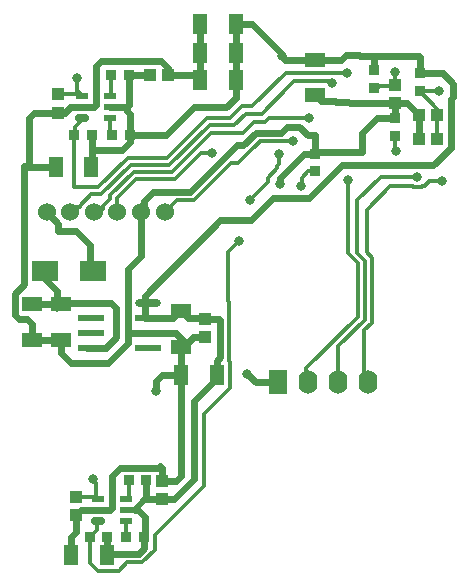
<source format=gbl>
G04 Layer_Physical_Order=2*
G04 Layer_Color=16711680*
%FSLAX25Y25*%
%MOIN*%
G70*
G01*
G75*
%ADD14C,0.01181*%
%ADD15C,0.02362*%
%ADD16C,0.06000*%
%ADD17O,0.06299X0.07874*%
%ADD18R,0.06299X0.07874*%
%ADD19C,0.03150*%
G04:AMPARAMS|DCode=20|XSize=23.62mil|YSize=47.24mil|CornerRadius=0mil|HoleSize=0mil|Usage=FLASHONLY|Rotation=270.000|XOffset=0mil|YOffset=0mil|HoleType=Round|Shape=Octagon|*
%AMOCTAGOND20*
4,1,8,0.02362,0.00591,0.02362,-0.00591,0.01772,-0.01181,-0.01772,-0.01181,-0.02362,-0.00591,-0.02362,0.00591,-0.01772,0.01181,0.01772,0.01181,0.02362,0.00591,0.0*
%
%ADD20OCTAGOND20*%

%ADD21R,0.04331X0.02362*%
%ADD22R,0.03937X0.04134*%
%ADD23R,0.04134X0.03937*%
%ADD24R,0.07087X0.05118*%
%ADD25R,0.05118X0.07087*%
%ADD26R,0.03740X0.03543*%
%ADD27R,0.03543X0.03740*%
%ADD28R,0.08661X0.06693*%
%ADD29R,0.08661X0.02362*%
%ADD30O,0.08661X0.02362*%
%ADD31C,0.01969*%
G54D14*
X30807Y27323D02*
X31193Y26937D01*
X144390Y147244D02*
Y154724D01*
Y156988D01*
X138583Y162795D02*
X144390Y156988D01*
X138583Y162795D02*
X144685D01*
X144882Y162992D01*
X123228Y163976D02*
X124606D01*
X125197Y164567D02*
X130315D01*
X124606Y163976D02*
X125197Y164567D01*
X130315D02*
Y169291D01*
X41535Y27831D02*
Y33071D01*
X40642Y26937D02*
X41535Y27831D01*
X40642Y14279D02*
Y19457D01*
Y14279D02*
X40748Y14173D01*
X30906Y19169D02*
X31193Y19457D01*
X30906Y16535D02*
Y19169D01*
X28543Y14173D02*
X30906Y16535D01*
X94744Y164173D02*
X96713Y166142D01*
X74914Y72793D02*
Y92642D01*
X35630Y161417D02*
Y168110D01*
X35433Y161221D02*
X35630Y161417D01*
X18110Y161713D02*
X25492D01*
X25984Y153150D02*
Y153740D01*
X23622Y150787D02*
X25984Y153150D01*
X23622Y148228D02*
Y150787D01*
X23425Y148031D02*
X23622Y148228D01*
X35433Y148622D02*
Y153740D01*
Y148622D02*
X36024Y148031D01*
X17717Y89764D02*
Y91732D01*
X24016Y27461D02*
X30669D01*
X30807Y27323D01*
Y32185D01*
X29528Y33465D02*
X30807Y32185D01*
X24409Y162795D02*
Y167323D01*
Y162795D02*
X25492Y161713D01*
X25984Y161221D01*
X87854Y132343D02*
Y133855D01*
X81890Y126378D02*
X87854Y132343D01*
X74572Y109217D02*
X78347Y112992D01*
X74572Y92984D02*
Y109217D01*
Y92984D02*
X74914Y92642D01*
X96398Y146004D02*
X96456Y146063D01*
X29921Y122441D02*
Y123622D01*
X33024D01*
Y124417D01*
X22047Y122441D02*
Y124016D01*
X25150D01*
Y124417D01*
X23425Y130709D02*
Y148031D01*
X28543Y5368D02*
X31156Y2756D01*
X28543Y5368D02*
Y14173D01*
X87854Y133855D02*
X91049Y137050D01*
Y137843D01*
X91732Y138526D01*
Y141732D01*
X114567Y108691D02*
Y133071D01*
X100787Y66299D02*
X101339Y65748D01*
X117717Y108882D02*
Y126378D01*
X111339Y65748D02*
X111417Y65827D01*
X120866Y109073D02*
Y123228D01*
X130315Y143307D02*
Y147835D01*
Y143307D02*
X130709Y142913D01*
X85886Y155315D02*
X94744Y164173D01*
X82683Y157677D02*
X93903Y168898D01*
X75197Y63833D02*
Y72387D01*
X74853Y72732D02*
X75197Y72387D01*
X74853Y72732D02*
Y72732D01*
X74914Y72793D01*
X66535Y55172D02*
X75197Y63833D01*
X31156Y2756D02*
X38189D01*
X66535Y31102D02*
Y55172D01*
X38189Y2756D02*
X41142Y5709D01*
X46105D01*
X50197Y14764D02*
X66535Y31102D01*
X46105Y5709D02*
X50197Y9801D01*
Y14764D01*
X93903Y168898D02*
X99266D01*
X99266Y168898D01*
X107820D01*
X109308Y165653D02*
X109797Y166142D01*
X96713D02*
X109797D01*
X107820Y168898D02*
X107922Y168999D01*
X114072D01*
X114173Y168898D01*
X125591Y134252D02*
X137795D01*
X117717Y126378D02*
X125591Y134252D01*
X120866Y123228D02*
X128740Y131102D01*
X136212D01*
X141732Y132677D02*
X146063D01*
X140157Y131102D02*
X141732Y132677D01*
X139378Y131102D02*
X140157D01*
X136212D02*
X136409Y130905D01*
X139181D01*
X139378Y131102D01*
X88189Y153937D02*
X101575D01*
X86876Y152624D02*
X88189Y153937D01*
X100787Y66299D02*
Y70443D01*
X120079Y67008D02*
X121339Y65748D01*
X117913Y87569D02*
Y105344D01*
X120276Y86591D02*
Y106323D01*
X117717Y108882D02*
X120276Y106323D01*
X120079Y83053D02*
X122638Y85612D01*
Y107301D01*
X120866Y109073D02*
X122638Y107301D01*
X100787Y70443D02*
X117913Y87569D01*
X114567Y108691D02*
X117913Y105344D01*
X120079Y67008D02*
Y83053D01*
X111417Y77732D02*
X120276Y86591D01*
X111417Y65827D02*
Y77732D01*
X37795Y122441D02*
Y127118D01*
X33024Y124417D02*
X35433Y126827D01*
Y128097D01*
X37795Y127118D02*
X44142Y133465D01*
X35433Y128097D02*
X43163Y135827D01*
X44142Y133465D02*
X57087D01*
X43163Y135827D02*
X56108D01*
X41206Y140551D02*
X54151D01*
X53543Y122441D02*
X57480Y126378D01*
X23425Y130709D02*
X31364D01*
X42185Y138189D02*
X55130D01*
X25150Y124417D02*
X29079Y128347D01*
X32342D01*
X42185Y138189D01*
X31364Y130709D02*
X41206Y140551D01*
X98819Y131102D02*
X99413D01*
X98819D02*
X99213Y131496D01*
Y133858D01*
X101378Y136024D01*
X103543D01*
X79176Y157677D02*
X82683D01*
X80512Y155315D02*
X85886D01*
X75436Y153937D02*
X79176Y157677D01*
X76772Y151575D02*
X80512Y155315D01*
X78004Y138779D02*
X83422Y144198D01*
X85374Y146004D02*
X96398D01*
X83333Y152624D02*
X86876D01*
X79528Y148819D02*
X83333Y152624D01*
X67537Y153937D02*
X75436D01*
X68515Y151575D02*
X76772D01*
X69100Y148819D02*
X79528D01*
X54151Y140551D02*
X67537Y153937D01*
X55130Y138189D02*
X68515Y151575D01*
X56108Y135827D02*
X69100Y148819D01*
X65748Y142126D02*
X69291D01*
X57087Y133465D02*
X65748Y142126D01*
X57480Y126378D02*
X63386D01*
X75787Y138779D01*
X83422Y144198D02*
X83568D01*
X85374Y146004D01*
X75787Y138779D02*
X78004D01*
G54D15*
X17717Y91732D02*
X19291D01*
X19705Y92146D01*
X47441Y26870D02*
Y33071D01*
Y26870D02*
X47638Y26673D01*
X46063Y14764D02*
X46654Y14173D01*
X43524Y23197D02*
X44520D01*
X47441Y26870D02*
X51378D01*
X34449Y9646D02*
Y14173D01*
X24016Y15748D02*
Y21358D01*
X22441Y14173D02*
X24016Y15748D01*
X22441Y8268D02*
Y14173D01*
Y8268D02*
X22441Y8268D01*
X24016Y21358D02*
X25689Y23031D01*
X52756Y32972D02*
Y37008D01*
X51968Y37795D02*
X52756Y37008D01*
X51476Y37303D02*
X51968Y37795D01*
X38785Y37303D02*
X51476D01*
X36114Y34632D02*
X38785Y37303D01*
X36114Y23910D02*
Y34632D01*
X35433Y23228D02*
X36114Y23910D01*
X31390Y23228D02*
X35433D01*
X31193Y23031D02*
X31390Y23228D01*
X25689Y23031D02*
X31193D01*
X138287Y146850D02*
Y154724D01*
X134252Y158760D02*
X138287Y154724D01*
X130315Y158760D02*
X134252D01*
X92126Y131890D02*
Y133951D01*
X103543Y173228D02*
X112415D01*
X138189Y174409D02*
X138583Y174016D01*
Y168701D02*
Y174016D01*
X123228Y169882D02*
Y174016D01*
X122835Y174409D02*
X123228Y174016D01*
X122835Y174409D02*
X138189D01*
X93701Y173228D02*
X103543D01*
X92520Y174409D02*
X93701Y173228D01*
X41929Y148031D02*
Y155315D01*
X41535Y168110D02*
X47933D01*
X48425Y167618D01*
X41535Y158071D02*
Y168110D01*
X40945Y157480D02*
X41535Y158071D01*
X35433Y157480D02*
X40945D01*
X35433Y157480D02*
X35433Y157480D01*
X40945Y156299D02*
Y157480D01*
Y156299D02*
X41929Y155315D01*
X22047Y157480D02*
X25984D01*
X20177Y155610D02*
X22047Y157480D01*
X18110Y155610D02*
X20177D01*
X25984Y157480D02*
X29921D01*
X30512Y158071D01*
Y171063D01*
X32283Y172835D01*
X29331Y144291D02*
X30315Y143307D01*
X39370D01*
X41929Y145866D01*
Y148031D01*
X138583Y168701D02*
X146260D01*
X56437Y87146D02*
X58661Y89370D01*
X41339Y82146D02*
X57224D01*
X46850Y87146D02*
X56437D01*
X59055Y89370D02*
X61417Y87008D01*
X66831D01*
X66929Y86910D01*
X63091Y80807D02*
X66929D01*
X59055Y77559D02*
X59842D01*
X60433Y78937D02*
X60827Y78543D01*
X59842Y77559D02*
X60827Y78543D01*
X63091Y80807D01*
X9941Y155610D02*
X18110D01*
X14173Y122441D02*
X18110Y118504D01*
Y116142D02*
Y118504D01*
Y116142D02*
X24016D01*
X8661Y91732D02*
X16142D01*
X27559Y77146D02*
X29134D01*
Y92146D02*
X35807D01*
X19705D02*
X29134D01*
X35807D02*
X37402Y90551D01*
X28740Y105709D02*
Y111417D01*
X24016Y116142D02*
X28740Y111417D01*
X12008Y101772D02*
Y102756D01*
Y101772D02*
X17717Y96063D01*
Y91732D02*
Y96063D01*
X103543Y141929D02*
Y148031D01*
X32283Y172835D02*
X52362D01*
X92474Y148957D02*
X94442Y150925D01*
X29134Y137402D02*
X29331Y137598D01*
Y144291D01*
Y148031D01*
X7087Y137402D02*
X17323D01*
X59055Y68110D02*
Y77559D01*
X57224Y82146D02*
X60433Y78937D01*
X77165Y175591D02*
Y185039D01*
Y166535D02*
Y175591D01*
Y185039D02*
X82677D01*
X92520Y175197D01*
Y174409D02*
Y175197D01*
X65354Y175591D02*
Y185039D01*
Y166535D02*
Y175591D01*
X54626Y168110D02*
X63779D01*
X65354Y166535D01*
X52362Y172835D02*
X54626Y170571D01*
Y168110D02*
Y170571D01*
X46850Y87146D02*
Y94488D01*
X29134Y77146D02*
X33839D01*
X37402Y80709D01*
Y90551D01*
X9449Y79921D02*
X18898D01*
Y75590D02*
Y79921D01*
Y75590D02*
X22441Y72047D01*
X34646D01*
X41339Y78740D01*
X3543Y95276D02*
X6693Y98425D01*
Y137795D01*
X9449Y79921D02*
Y85039D01*
X3543Y88195D02*
X4927Y86811D01*
X7677D01*
X9449Y85039D01*
X3543Y88195D02*
Y95276D01*
X103543Y141929D02*
X104134Y142520D01*
X119291D01*
Y148819D01*
X124409Y153937D01*
X130118D01*
X130315Y153740D01*
Y158760D01*
X46850Y94488D02*
X72047Y119685D01*
X52756Y32972D02*
X57382D01*
X59055Y34646D01*
Y68110D01*
X112415Y173228D02*
X113734Y174547D01*
X115164Y158760D02*
X130315D01*
X103543Y161417D02*
X105512Y159449D01*
X113734Y174547D02*
X113734D01*
X114128Y174941D01*
X118156D01*
X118687Y174409D01*
X122835D01*
X110584Y159311D02*
X114612D01*
X110447Y159449D02*
X110584Y159311D01*
X105512Y159449D02*
X110447D01*
X114612Y159311D02*
X115164Y158760D01*
X142967Y138051D02*
X148819Y143903D01*
Y160053D01*
X149744Y160978D01*
Y165217D01*
X146260Y168701D02*
X149744Y165217D01*
X34449Y9646D02*
X35433Y8661D01*
X46063Y14764D02*
X46850Y15551D01*
X44520Y23197D02*
X46850Y20866D01*
Y15551D02*
Y20866D01*
X70866Y68110D02*
Y72921D01*
X71961Y74016D01*
Y86614D01*
X71666Y86910D02*
X71961Y86614D01*
X66929Y86910D02*
X71666D01*
X63386Y59535D02*
X71961Y68110D01*
X35433Y8661D02*
X44882D01*
X46654Y10433D01*
Y14173D01*
X52756Y26870D02*
X56791D01*
X63386Y33465D01*
Y59535D01*
X83858Y65748D02*
X91339D01*
X81102Y68504D02*
X83858Y65748D01*
X52756Y68110D02*
X59055D01*
X50787Y66142D02*
X52756Y68110D01*
X50787Y62992D02*
Y66142D01*
X139426Y138189D02*
X139564Y138051D01*
X142967D01*
X101364Y148031D02*
X103543D01*
X94442Y150925D02*
X98470D01*
X101364Y148031D01*
X45669Y122441D02*
Y124029D01*
X46654Y125013D01*
Y126181D01*
X49803Y129331D01*
X112782Y138189D02*
X139426D01*
X101657Y127064D02*
X112782Y138189D01*
X72047Y119685D02*
X82284D01*
X89663Y127064D01*
X101657D01*
X92126Y133951D02*
X100104Y141929D01*
X103543D01*
X41929Y148031D02*
X53937D01*
X77165Y160630D02*
Y166535D01*
X53937Y148031D02*
X63386Y157480D01*
X74016D01*
X77165Y160630D01*
X83841Y148957D02*
X92474D01*
X79766Y144882D02*
X83841Y148957D01*
X77615Y144882D02*
X79766D01*
X49803Y129331D02*
X62064D01*
X77615Y144882D01*
X41339Y78740D02*
Y103543D01*
X45669Y107874D01*
Y122441D01*
X7087Y137402D02*
X8268Y138583D01*
Y153937D01*
X9941Y155610D01*
G54D16*
X22047Y122441D02*
D03*
X29921D02*
D03*
X53543D02*
D03*
X14173D02*
D03*
X45669D02*
D03*
X37795D02*
D03*
G54D17*
X121339Y65748D02*
D03*
X111339D02*
D03*
X101339D02*
D03*
G54D18*
X91339D02*
D03*
G54D19*
X144882Y162992D02*
D03*
X98819Y131102D02*
D03*
X130315Y169291D02*
D03*
X92126Y131890D02*
D03*
X91732Y141732D02*
D03*
X92520Y174409D02*
D03*
X96456Y146063D02*
D03*
X29528Y33465D02*
D03*
X24409Y167323D02*
D03*
X81890Y126378D02*
D03*
X78347Y112992D02*
D03*
X130709Y142913D02*
D03*
X114567Y133071D02*
D03*
X146063Y132677D02*
D03*
X81102Y68504D02*
D03*
X50787Y62992D02*
D03*
X114173Y168898D02*
D03*
X109308Y165653D02*
D03*
X137795Y134252D02*
D03*
X101575Y153937D02*
D03*
X69291Y142126D02*
D03*
G54D20*
X31193Y19457D02*
D03*
X25984Y153740D02*
D03*
G54D21*
X31193Y23197D02*
D03*
Y26937D02*
D03*
X40642D02*
D03*
Y23197D02*
D03*
Y19457D02*
D03*
X25984Y157480D02*
D03*
Y161221D02*
D03*
X35433D02*
D03*
Y157480D02*
D03*
Y153740D02*
D03*
G54D22*
X130315Y164862D02*
D03*
Y158760D02*
D03*
X18110Y161713D02*
D03*
Y155610D02*
D03*
X52756Y26870D02*
D03*
Y32972D02*
D03*
X66929Y86910D02*
D03*
Y80807D02*
D03*
X24016Y27461D02*
D03*
Y21358D02*
D03*
G54D23*
X144390Y154724D02*
D03*
X138287D02*
D03*
X144390Y146850D02*
D03*
X138287D02*
D03*
X48524Y168110D02*
D03*
X54626D02*
D03*
G54D24*
X103543Y173228D02*
D03*
Y161417D02*
D03*
X59055Y89370D02*
D03*
Y77559D02*
D03*
X18898Y91732D02*
D03*
Y79921D02*
D03*
X9449Y91732D02*
D03*
Y79921D02*
D03*
G54D25*
X34252Y8268D02*
D03*
X22441D02*
D03*
X29134Y137402D02*
D03*
X17323D02*
D03*
X70866Y68110D02*
D03*
X59055D02*
D03*
X77165Y175591D02*
D03*
X65354D02*
D03*
X77165Y185039D02*
D03*
X65354D02*
D03*
X77165Y166535D02*
D03*
X65354D02*
D03*
G54D26*
X123228Y163976D02*
D03*
Y169882D02*
D03*
X138583Y162795D02*
D03*
Y168701D02*
D03*
X130315Y147835D02*
D03*
Y153740D02*
D03*
X103543Y136024D02*
D03*
Y141929D02*
D03*
G54D27*
X29331Y148031D02*
D03*
X23425D02*
D03*
X36024D02*
D03*
X41929D02*
D03*
X35630Y168110D02*
D03*
X41535D02*
D03*
X34449Y14173D02*
D03*
X28543D02*
D03*
X40748D02*
D03*
X46654D02*
D03*
X41535Y33071D02*
D03*
X47441D02*
D03*
G54D28*
X29724Y102756D02*
D03*
X13583D02*
D03*
G54D29*
X29134Y77146D02*
D03*
Y82146D02*
D03*
Y87146D02*
D03*
Y92146D02*
D03*
X48031Y77146D02*
D03*
Y82146D02*
D03*
Y87146D02*
D03*
G54D30*
Y92146D02*
D03*
G54D31*
X43110Y23197D02*
X43524D01*
X47000Y26673D01*
X47638D01*
X48031D01*
M02*

</source>
